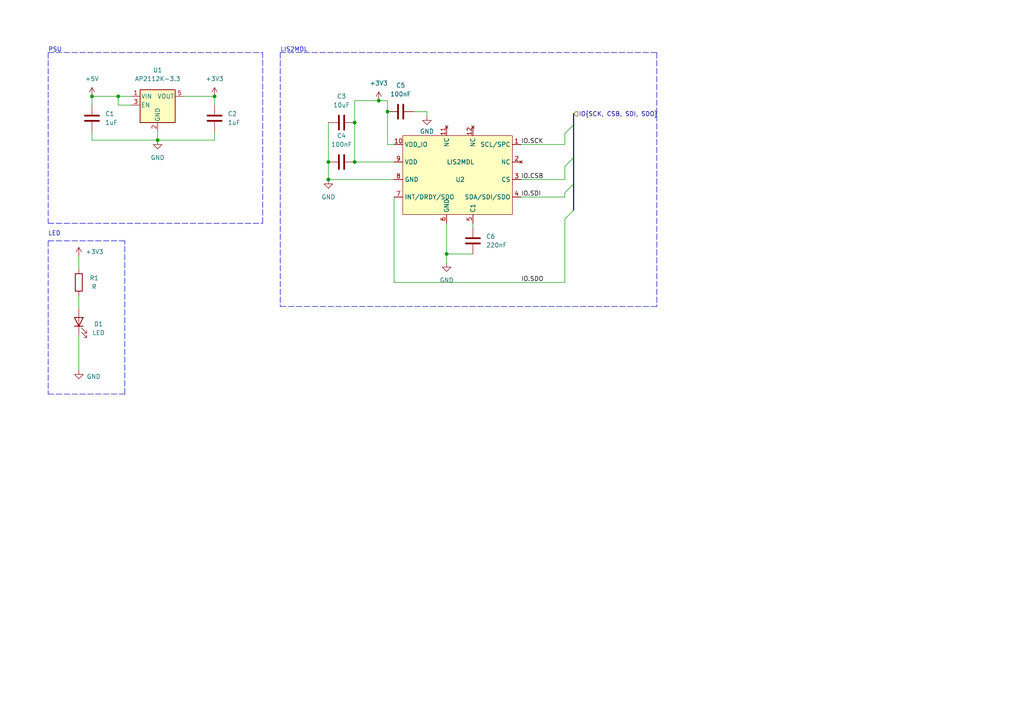
<source format=kicad_sch>
(kicad_sch (version 20211123) (generator eeschema)

  (uuid b4afdd30-7a78-4cd8-8670-bb6dd787dcdc)

  (paper "A4")

  (lib_symbols
    (symbol "Device:C" (pin_numbers hide) (pin_names (offset 0.254)) (in_bom yes) (on_board yes)
      (property "Reference" "C" (id 0) (at 0.635 2.54 0)
        (effects (font (size 1.27 1.27)) (justify left))
      )
      (property "Value" "C" (id 1) (at 0.635 -2.54 0)
        (effects (font (size 1.27 1.27)) (justify left))
      )
      (property "Footprint" "" (id 2) (at 0.9652 -3.81 0)
        (effects (font (size 1.27 1.27)) hide)
      )
      (property "Datasheet" "~" (id 3) (at 0 0 0)
        (effects (font (size 1.27 1.27)) hide)
      )
      (property "ki_keywords" "cap capacitor" (id 4) (at 0 0 0)
        (effects (font (size 1.27 1.27)) hide)
      )
      (property "ki_description" "Unpolarized capacitor" (id 5) (at 0 0 0)
        (effects (font (size 1.27 1.27)) hide)
      )
      (property "ki_fp_filters" "C_*" (id 6) (at 0 0 0)
        (effects (font (size 1.27 1.27)) hide)
      )
      (symbol "C_0_1"
        (polyline
          (pts
            (xy -2.032 -0.762)
            (xy 2.032 -0.762)
          )
          (stroke (width 0.508) (type default) (color 0 0 0 0))
          (fill (type none))
        )
        (polyline
          (pts
            (xy -2.032 0.762)
            (xy 2.032 0.762)
          )
          (stroke (width 0.508) (type default) (color 0 0 0 0))
          (fill (type none))
        )
      )
      (symbol "C_1_1"
        (pin passive line (at 0 3.81 270) (length 2.794)
          (name "~" (effects (font (size 1.27 1.27))))
          (number "1" (effects (font (size 1.27 1.27))))
        )
        (pin passive line (at 0 -3.81 90) (length 2.794)
          (name "~" (effects (font (size 1.27 1.27))))
          (number "2" (effects (font (size 1.27 1.27))))
        )
      )
    )
    (symbol "Device:LED" (pin_numbers hide) (pin_names (offset 1.016) hide) (in_bom yes) (on_board yes)
      (property "Reference" "D" (id 0) (at 0 2.54 0)
        (effects (font (size 1.27 1.27)))
      )
      (property "Value" "LED" (id 1) (at 0 -2.54 0)
        (effects (font (size 1.27 1.27)))
      )
      (property "Footprint" "" (id 2) (at 0 0 0)
        (effects (font (size 1.27 1.27)) hide)
      )
      (property "Datasheet" "~" (id 3) (at 0 0 0)
        (effects (font (size 1.27 1.27)) hide)
      )
      (property "ki_keywords" "LED diode" (id 4) (at 0 0 0)
        (effects (font (size 1.27 1.27)) hide)
      )
      (property "ki_description" "Light emitting diode" (id 5) (at 0 0 0)
        (effects (font (size 1.27 1.27)) hide)
      )
      (property "ki_fp_filters" "LED* LED_SMD:* LED_THT:*" (id 6) (at 0 0 0)
        (effects (font (size 1.27 1.27)) hide)
      )
      (symbol "LED_0_1"
        (polyline
          (pts
            (xy -1.27 -1.27)
            (xy -1.27 1.27)
          )
          (stroke (width 0.254) (type default) (color 0 0 0 0))
          (fill (type none))
        )
        (polyline
          (pts
            (xy -1.27 0)
            (xy 1.27 0)
          )
          (stroke (width 0) (type default) (color 0 0 0 0))
          (fill (type none))
        )
        (polyline
          (pts
            (xy 1.27 -1.27)
            (xy 1.27 1.27)
            (xy -1.27 0)
            (xy 1.27 -1.27)
          )
          (stroke (width 0.254) (type default) (color 0 0 0 0))
          (fill (type none))
        )
        (polyline
          (pts
            (xy -3.048 -0.762)
            (xy -4.572 -2.286)
            (xy -3.81 -2.286)
            (xy -4.572 -2.286)
            (xy -4.572 -1.524)
          )
          (stroke (width 0) (type default) (color 0 0 0 0))
          (fill (type none))
        )
        (polyline
          (pts
            (xy -1.778 -0.762)
            (xy -3.302 -2.286)
            (xy -2.54 -2.286)
            (xy -3.302 -2.286)
            (xy -3.302 -1.524)
          )
          (stroke (width 0) (type default) (color 0 0 0 0))
          (fill (type none))
        )
      )
      (symbol "LED_1_1"
        (pin passive line (at -3.81 0 0) (length 2.54)
          (name "K" (effects (font (size 1.27 1.27))))
          (number "1" (effects (font (size 1.27 1.27))))
        )
        (pin passive line (at 3.81 0 180) (length 2.54)
          (name "A" (effects (font (size 1.27 1.27))))
          (number "2" (effects (font (size 1.27 1.27))))
        )
      )
    )
    (symbol "Device:R" (pin_numbers hide) (pin_names (offset 0)) (in_bom yes) (on_board yes)
      (property "Reference" "R" (id 0) (at 2.032 0 90)
        (effects (font (size 1.27 1.27)))
      )
      (property "Value" "R" (id 1) (at 0 0 90)
        (effects (font (size 1.27 1.27)))
      )
      (property "Footprint" "" (id 2) (at -1.778 0 90)
        (effects (font (size 1.27 1.27)) hide)
      )
      (property "Datasheet" "~" (id 3) (at 0 0 0)
        (effects (font (size 1.27 1.27)) hide)
      )
      (property "ki_keywords" "R res resistor" (id 4) (at 0 0 0)
        (effects (font (size 1.27 1.27)) hide)
      )
      (property "ki_description" "Resistor" (id 5) (at 0 0 0)
        (effects (font (size 1.27 1.27)) hide)
      )
      (property "ki_fp_filters" "R_*" (id 6) (at 0 0 0)
        (effects (font (size 1.27 1.27)) hide)
      )
      (symbol "R_0_1"
        (rectangle (start -1.016 -2.54) (end 1.016 2.54)
          (stroke (width 0.254) (type default) (color 0 0 0 0))
          (fill (type none))
        )
      )
      (symbol "R_1_1"
        (pin passive line (at 0 3.81 270) (length 1.27)
          (name "~" (effects (font (size 1.27 1.27))))
          (number "1" (effects (font (size 1.27 1.27))))
        )
        (pin passive line (at 0 -3.81 90) (length 1.27)
          (name "~" (effects (font (size 1.27 1.27))))
          (number "2" (effects (font (size 1.27 1.27))))
        )
      )
    )
    (symbol "Regulator_Linear:AP2112K-3.3" (pin_names (offset 0.254)) (in_bom yes) (on_board yes)
      (property "Reference" "U" (id 0) (at -5.08 5.715 0)
        (effects (font (size 1.27 1.27)) (justify left))
      )
      (property "Value" "AP2112K-3.3" (id 1) (at 0 5.715 0)
        (effects (font (size 1.27 1.27)) (justify left))
      )
      (property "Footprint" "Package_TO_SOT_SMD:SOT-23-5" (id 2) (at 0 8.255 0)
        (effects (font (size 1.27 1.27)) hide)
      )
      (property "Datasheet" "https://www.diodes.com/assets/Datasheets/AP2112.pdf" (id 3) (at 0 2.54 0)
        (effects (font (size 1.27 1.27)) hide)
      )
      (property "ki_keywords" "linear regulator ldo fixed positive" (id 4) (at 0 0 0)
        (effects (font (size 1.27 1.27)) hide)
      )
      (property "ki_description" "600mA low dropout linear regulator, with enable pin, 3.8V-6V input voltage range, 3.3V fixed positive output, SOT-23-5" (id 5) (at 0 0 0)
        (effects (font (size 1.27 1.27)) hide)
      )
      (property "ki_fp_filters" "SOT?23?5*" (id 6) (at 0 0 0)
        (effects (font (size 1.27 1.27)) hide)
      )
      (symbol "AP2112K-3.3_0_1"
        (rectangle (start -5.08 4.445) (end 5.08 -5.08)
          (stroke (width 0.254) (type default) (color 0 0 0 0))
          (fill (type background))
        )
      )
      (symbol "AP2112K-3.3_1_1"
        (pin power_in line (at -7.62 2.54 0) (length 2.54)
          (name "VIN" (effects (font (size 1.27 1.27))))
          (number "1" (effects (font (size 1.27 1.27))))
        )
        (pin power_in line (at 0 -7.62 90) (length 2.54)
          (name "GND" (effects (font (size 1.27 1.27))))
          (number "2" (effects (font (size 1.27 1.27))))
        )
        (pin input line (at -7.62 0 0) (length 2.54)
          (name "EN" (effects (font (size 1.27 1.27))))
          (number "3" (effects (font (size 1.27 1.27))))
        )
        (pin no_connect line (at 5.08 0 180) (length 2.54) hide
          (name "NC" (effects (font (size 1.27 1.27))))
          (number "4" (effects (font (size 1.27 1.27))))
        )
        (pin power_out line (at 7.62 2.54 180) (length 2.54)
          (name "VOUT" (effects (font (size 1.27 1.27))))
          (number "5" (effects (font (size 1.27 1.27))))
        )
      )
    )
    (symbol "SocetPCBShield:LIS2MDL" (in_bom yes) (on_board yes)
      (property "Reference" "U2" (id 0) (at -1.27 -2.54 0)
        (effects (font (size 1.27 1.27)) (justify left))
      )
      (property "Value" "LIS2MDL" (id 1) (at -3.81 2.54 0)
        (effects (font (size 1.27 1.27)) (justify left))
      )
      (property "Footprint" "Package_LGA:LGA-12_2x2mm_P0.5mm" (id 2) (at 3.81 0 0)
        (effects (font (size 1.27 1.27)) hide)
      )
      (property "Datasheet" "" (id 3) (at 3.81 0 0)
        (effects (font (size 1.27 1.27)) hide)
      )
      (symbol "LIS2MDL_0_1"
        (rectangle (start -16.51 10.16) (end 15.24 -12.7)
          (stroke (width 0) (type default) (color 0 0 0 0))
          (fill (type background))
        )
      )
      (symbol "LIS2MDL_1_1"
        (pin input line (at 17.78 7.62 180) (length 2.54)
          (name "SCL/SPC" (effects (font (size 1.27 1.27))))
          (number "1" (effects (font (size 1.27 1.27))))
        )
        (pin power_in line (at -19.05 7.62 0) (length 2.54)
          (name "VDD_IO" (effects (font (size 1.27 1.27))))
          (number "10" (effects (font (size 1.27 1.27))))
        )
        (pin no_connect line (at -3.81 12.7 270) (length 2.54)
          (name "NC" (effects (font (size 1.27 1.27))))
          (number "11" (effects (font (size 1.27 1.27))))
        )
        (pin no_connect line (at 3.81 12.7 270) (length 2.54)
          (name "NC" (effects (font (size 1.27 1.27))))
          (number "12" (effects (font (size 1.27 1.27))))
        )
        (pin no_connect line (at 17.78 2.54 180) (length 2.54)
          (name "NC" (effects (font (size 1.27 1.27))))
          (number "2" (effects (font (size 1.27 1.27))))
        )
        (pin input line (at 17.78 -2.54 180) (length 2.54)
          (name "CS" (effects (font (size 1.27 1.27))))
          (number "3" (effects (font (size 1.27 1.27))))
        )
        (pin bidirectional line (at 17.78 -7.62 180) (length 2.54)
          (name "SDA/SDI/SDO" (effects (font (size 1.27 1.27))))
          (number "4" (effects (font (size 1.27 1.27))))
        )
        (pin input line (at 3.81 -15.24 90) (length 2.54)
          (name "C1" (effects (font (size 1.27 1.27))))
          (number "5" (effects (font (size 1.27 1.27))))
        )
        (pin power_in line (at -3.81 -15.24 90) (length 2.54)
          (name "GND" (effects (font (size 1.27 1.27))))
          (number "6" (effects (font (size 1.27 1.27))))
        )
        (pin input line (at -19.05 -7.62 0) (length 2.54)
          (name "INT/DRDY/SDO" (effects (font (size 1.27 1.27))))
          (number "7" (effects (font (size 1.27 1.27))))
        )
        (pin power_in line (at -19.05 -2.54 0) (length 2.54)
          (name "GND" (effects (font (size 1.27 1.27))))
          (number "8" (effects (font (size 1.27 1.27))))
        )
        (pin power_in line (at -19.05 2.54 0) (length 2.54)
          (name "VDD" (effects (font (size 1.27 1.27))))
          (number "9" (effects (font (size 1.27 1.27))))
        )
      )
    )
    (symbol "power:+3.3V" (power) (pin_names (offset 0)) (in_bom yes) (on_board yes)
      (property "Reference" "#PWR" (id 0) (at 0 -3.81 0)
        (effects (font (size 1.27 1.27)) hide)
      )
      (property "Value" "+3.3V" (id 1) (at 0 3.556 0)
        (effects (font (size 1.27 1.27)))
      )
      (property "Footprint" "" (id 2) (at 0 0 0)
        (effects (font (size 1.27 1.27)) hide)
      )
      (property "Datasheet" "" (id 3) (at 0 0 0)
        (effects (font (size 1.27 1.27)) hide)
      )
      (property "ki_keywords" "power-flag" (id 4) (at 0 0 0)
        (effects (font (size 1.27 1.27)) hide)
      )
      (property "ki_description" "Power symbol creates a global label with name \"+3.3V\"" (id 5) (at 0 0 0)
        (effects (font (size 1.27 1.27)) hide)
      )
      (symbol "+3.3V_0_1"
        (polyline
          (pts
            (xy -0.762 1.27)
            (xy 0 2.54)
          )
          (stroke (width 0) (type default) (color 0 0 0 0))
          (fill (type none))
        )
        (polyline
          (pts
            (xy 0 0)
            (xy 0 2.54)
          )
          (stroke (width 0) (type default) (color 0 0 0 0))
          (fill (type none))
        )
        (polyline
          (pts
            (xy 0 2.54)
            (xy 0.762 1.27)
          )
          (stroke (width 0) (type default) (color 0 0 0 0))
          (fill (type none))
        )
      )
      (symbol "+3.3V_1_1"
        (pin power_in line (at 0 0 90) (length 0) hide
          (name "+3V3" (effects (font (size 1.27 1.27))))
          (number "1" (effects (font (size 1.27 1.27))))
        )
      )
    )
    (symbol "power:+5V" (power) (pin_names (offset 0)) (in_bom yes) (on_board yes)
      (property "Reference" "#PWR" (id 0) (at 0 -3.81 0)
        (effects (font (size 1.27 1.27)) hide)
      )
      (property "Value" "+5V" (id 1) (at 0 3.556 0)
        (effects (font (size 1.27 1.27)))
      )
      (property "Footprint" "" (id 2) (at 0 0 0)
        (effects (font (size 1.27 1.27)) hide)
      )
      (property "Datasheet" "" (id 3) (at 0 0 0)
        (effects (font (size 1.27 1.27)) hide)
      )
      (property "ki_keywords" "power-flag" (id 4) (at 0 0 0)
        (effects (font (size 1.27 1.27)) hide)
      )
      (property "ki_description" "Power symbol creates a global label with name \"+5V\"" (id 5) (at 0 0 0)
        (effects (font (size 1.27 1.27)) hide)
      )
      (symbol "+5V_0_1"
        (polyline
          (pts
            (xy -0.762 1.27)
            (xy 0 2.54)
          )
          (stroke (width 0) (type default) (color 0 0 0 0))
          (fill (type none))
        )
        (polyline
          (pts
            (xy 0 0)
            (xy 0 2.54)
          )
          (stroke (width 0) (type default) (color 0 0 0 0))
          (fill (type none))
        )
        (polyline
          (pts
            (xy 0 2.54)
            (xy 0.762 1.27)
          )
          (stroke (width 0) (type default) (color 0 0 0 0))
          (fill (type none))
        )
      )
      (symbol "+5V_1_1"
        (pin power_in line (at 0 0 90) (length 0) hide
          (name "+5V" (effects (font (size 1.27 1.27))))
          (number "1" (effects (font (size 1.27 1.27))))
        )
      )
    )
    (symbol "power:GND" (power) (pin_names (offset 0)) (in_bom yes) (on_board yes)
      (property "Reference" "#PWR" (id 0) (at 0 -6.35 0)
        (effects (font (size 1.27 1.27)) hide)
      )
      (property "Value" "GND" (id 1) (at 0 -3.81 0)
        (effects (font (size 1.27 1.27)))
      )
      (property "Footprint" "" (id 2) (at 0 0 0)
        (effects (font (size 1.27 1.27)) hide)
      )
      (property "Datasheet" "" (id 3) (at 0 0 0)
        (effects (font (size 1.27 1.27)) hide)
      )
      (property "ki_keywords" "power-flag" (id 4) (at 0 0 0)
        (effects (font (size 1.27 1.27)) hide)
      )
      (property "ki_description" "Power symbol creates a global label with name \"GND\" , ground" (id 5) (at 0 0 0)
        (effects (font (size 1.27 1.27)) hide)
      )
      (symbol "GND_0_1"
        (polyline
          (pts
            (xy 0 0)
            (xy 0 -1.27)
            (xy 1.27 -1.27)
            (xy 0 -2.54)
            (xy -1.27 -1.27)
            (xy 0 -1.27)
          )
          (stroke (width 0) (type default) (color 0 0 0 0))
          (fill (type none))
        )
      )
      (symbol "GND_1_1"
        (pin power_in line (at 0 0 270) (length 0) hide
          (name "GND" (effects (font (size 1.27 1.27))))
          (number "1" (effects (font (size 1.27 1.27))))
        )
      )
    )
  )

  (junction (at 95.25 46.99) (diameter 0) (color 0 0 0 0)
    (uuid 09ef41fd-6161-40fc-8feb-8e64e3f8fc4f)
  )
  (junction (at 45.72 40.64) (diameter 0) (color 0 0 0 0)
    (uuid 1fcf60a1-c479-4ef4-874f-68b80d55c2ab)
  )
  (junction (at 95.25 52.07) (diameter 0) (color 0 0 0 0)
    (uuid 3e91f4de-cb78-4786-a8be-c3880451eed5)
  )
  (junction (at 102.87 35.56) (diameter 0) (color 0 0 0 0)
    (uuid 54513bda-062e-4713-ba7c-5638f3f86d52)
  )
  (junction (at 112.395 32.385) (diameter 0) (color 0 0 0 0)
    (uuid 5ab36640-fd8d-4c84-827d-4eb320ca1929)
  )
  (junction (at 34.29 27.94) (diameter 0) (color 0 0 0 0)
    (uuid 608c03cf-2d27-4ab8-8549-0681479da22d)
  )
  (junction (at 129.54 73.66) (diameter 0) (color 0 0 0 0)
    (uuid 7e9c7cd9-f6e6-4c54-ba71-d5a12aa23321)
  )
  (junction (at 26.67 27.94) (diameter 0) (color 0 0 0 0)
    (uuid 9609a91c-c20f-43f6-bf78-6e9b75478d17)
  )
  (junction (at 62.23 27.94) (diameter 0) (color 0 0 0 0)
    (uuid a26f4b65-2388-46f0-ab3e-cd98aaf191c8)
  )
  (junction (at 109.855 29.21) (diameter 0) (color 0 0 0 0)
    (uuid a75f64dc-fac2-4db5-bd34-f3031a1bac57)
  )
  (junction (at 102.87 46.99) (diameter 0) (color 0 0 0 0)
    (uuid b5e6f95b-1166-4435-bfb6-2a9a16f6013a)
  )

  (bus_entry (at 166.37 45.72) (size -2.54 2.54)
    (stroke (width 0) (type default) (color 0 0 0 0))
    (uuid 21839ef2-7d7b-4031-894a-135c13bda295)
  )
  (bus_entry (at 166.37 36.195) (size -2.54 2.54)
    (stroke (width 0) (type default) (color 0 0 0 0))
    (uuid 90655685-5b51-4b54-b3ea-2c39a14cfeb4)
  )
  (bus_entry (at 166.37 53.34) (size -2.54 2.54)
    (stroke (width 0) (type default) (color 0 0 0 0))
    (uuid ceaff973-4203-4b6a-bf04-da1a28026438)
  )
  (bus_entry (at 166.37 60.96) (size -2.54 2.54)
    (stroke (width 0) (type default) (color 0 0 0 0))
    (uuid e7b47dc6-c74e-4537-9550-b08e02cd2e18)
  )

  (wire (pts (xy 34.29 30.48) (xy 34.29 27.94))
    (stroke (width 0) (type default) (color 0 0 0 0))
    (uuid 0860f0f9-9454-4cee-958b-2fa73380d4e6)
  )
  (polyline (pts (xy 81.28 15.24) (xy 190.5 15.24))
    (stroke (width 0) (type default) (color 0 0 0 0))
    (uuid 0fe459be-6237-4e69-9849-b12b113e8605)
  )

  (wire (pts (xy 109.855 29.21) (xy 112.395 29.21))
    (stroke (width 0) (type default) (color 0 0 0 0))
    (uuid 1233cc7a-a6a3-46b4-8070-5f078d7529a3)
  )
  (polyline (pts (xy 13.97 69.85) (xy 36.195 69.85))
    (stroke (width 0) (type default) (color 0 0 0 0))
    (uuid 1d4776d1-dc9c-46a8-88d0-0da30f89f01d)
  )

  (wire (pts (xy 163.83 57.15) (xy 151.13 57.15))
    (stroke (width 0) (type default) (color 0 0 0 0))
    (uuid 24c8a5b7-d47b-4d5c-9164-72be47b734d1)
  )
  (wire (pts (xy 129.54 64.77) (xy 129.54 73.66))
    (stroke (width 0) (type default) (color 0 0 0 0))
    (uuid 290f9a82-a0ae-4283-8c11-2c99b9e8ac6b)
  )
  (wire (pts (xy 123.825 32.385) (xy 123.825 33.655))
    (stroke (width 0) (type default) (color 0 0 0 0))
    (uuid 36cb722c-66a3-4bfb-b900-7e1518880878)
  )
  (wire (pts (xy 137.16 64.77) (xy 137.16 66.04))
    (stroke (width 0) (type default) (color 0 0 0 0))
    (uuid 38b05dcc-83ef-4ce6-9ed7-5de37cbd2a3e)
  )
  (wire (pts (xy 163.83 52.07) (xy 151.13 52.07))
    (stroke (width 0) (type default) (color 0 0 0 0))
    (uuid 472f05ea-eed2-4606-b279-8ad5e6fc6357)
  )
  (polyline (pts (xy 13.97 64.77) (xy 76.2 64.77))
    (stroke (width 0) (type default) (color 0 0 0 0))
    (uuid 4a0f5e45-a1a5-4cba-8e94-a383c91e4ca3)
  )

  (wire (pts (xy 129.54 73.66) (xy 137.16 73.66))
    (stroke (width 0) (type default) (color 0 0 0 0))
    (uuid 4c9cbc91-67c4-46f6-89e8-f3589ca3f7a9)
  )
  (wire (pts (xy 102.87 29.21) (xy 102.87 35.56))
    (stroke (width 0) (type default) (color 0 0 0 0))
    (uuid 51d0f833-0413-4b9c-a92c-f2377a944a19)
  )
  (wire (pts (xy 22.86 89.535) (xy 22.86 85.725))
    (stroke (width 0) (type default) (color 0 0 0 0))
    (uuid 51eb3db4-90a4-40aa-b255-f75600908454)
  )
  (wire (pts (xy 95.25 35.56) (xy 95.25 46.99))
    (stroke (width 0) (type default) (color 0 0 0 0))
    (uuid 569f2c28-3df6-404d-a6ec-e43e4740fc47)
  )
  (bus (pts (xy 166.37 33.02) (xy 166.37 36.195))
    (stroke (width 0) (type default) (color 0 0 0 0))
    (uuid 574f8afe-b009-4fe4-ba6b-164cfc693a46)
  )

  (wire (pts (xy 62.23 27.94) (xy 62.23 30.48))
    (stroke (width 0) (type default) (color 0 0 0 0))
    (uuid 594560b0-cf2e-4a6d-bcf6-61f80047e992)
  )
  (polyline (pts (xy 190.5 15.24) (xy 190.5 88.9))
    (stroke (width 0) (type default) (color 0 0 0 0))
    (uuid 61dbe59a-733b-4e0b-9ef4-41e0aa7ecbd5)
  )
  (polyline (pts (xy 76.2 64.77) (xy 76.2 15.24))
    (stroke (width 0) (type default) (color 0 0 0 0))
    (uuid 668de0ce-4025-4a77-b7ae-77802fbbf027)
  )

  (wire (pts (xy 112.395 29.21) (xy 112.395 32.385))
    (stroke (width 0) (type default) (color 0 0 0 0))
    (uuid 67233c25-66ea-4648-af55-738968deab39)
  )
  (wire (pts (xy 22.86 107.315) (xy 22.86 97.155))
    (stroke (width 0) (type default) (color 0 0 0 0))
    (uuid 685ca68c-a627-48a9-9de9-f7b6c0afaa8d)
  )
  (wire (pts (xy 26.67 27.94) (xy 26.67 30.48))
    (stroke (width 0) (type default) (color 0 0 0 0))
    (uuid 6a81a04b-0c6b-4fb8-9f82-5563fe86f14c)
  )
  (wire (pts (xy 163.83 63.5) (xy 163.83 81.915))
    (stroke (width 0) (type default) (color 0 0 0 0))
    (uuid 6b145cb6-07b1-4ad1-9c1c-74258b4a493f)
  )
  (polyline (pts (xy 13.97 15.24) (xy 13.97 64.77))
    (stroke (width 0) (type default) (color 0 0 0 0))
    (uuid 6b61421f-5f21-4988-a489-ed17723fb630)
  )

  (wire (pts (xy 95.25 52.07) (xy 114.3 52.07))
    (stroke (width 0) (type default) (color 0 0 0 0))
    (uuid 754a4c8b-c6e7-47bc-bb82-2bdcae037426)
  )
  (wire (pts (xy 34.29 27.94) (xy 26.67 27.94))
    (stroke (width 0) (type default) (color 0 0 0 0))
    (uuid 76e2f149-9fab-48b0-995d-d1794f9a58b5)
  )
  (wire (pts (xy 120.015 32.385) (xy 123.825 32.385))
    (stroke (width 0) (type default) (color 0 0 0 0))
    (uuid 779cd7b6-56c0-424d-b80c-e1351817811b)
  )
  (polyline (pts (xy 13.97 114.3) (xy 36.195 114.3))
    (stroke (width 0) (type default) (color 0 0 0 0))
    (uuid 7daafdf3-4d36-4bc4-b85d-bde7d554df39)
  )
  (polyline (pts (xy 36.195 114.3) (xy 36.195 69.85))
    (stroke (width 0) (type default) (color 0 0 0 0))
    (uuid 829a8c52-2824-43b4-b33f-a4492854354a)
  )

  (wire (pts (xy 22.86 78.105) (xy 22.86 74.295))
    (stroke (width 0) (type default) (color 0 0 0 0))
    (uuid 8b02311f-417d-4a5f-ba6e-387244d39014)
  )
  (wire (pts (xy 95.25 46.99) (xy 95.25 52.07))
    (stroke (width 0) (type default) (color 0 0 0 0))
    (uuid 90c1072d-609e-4a21-b75a-389643391687)
  )
  (polyline (pts (xy 190.5 88.9) (xy 81.28 88.9))
    (stroke (width 0) (type default) (color 0 0 0 0))
    (uuid 931387c7-43fa-4939-aaf1-13ce3ed18210)
  )

  (wire (pts (xy 38.1 30.48) (xy 34.29 30.48))
    (stroke (width 0) (type default) (color 0 0 0 0))
    (uuid 938b70f4-b532-477d-b045-ae28f971dc71)
  )
  (wire (pts (xy 114.3 81.915) (xy 114.3 57.15))
    (stroke (width 0) (type default) (color 0 0 0 0))
    (uuid 955af171-335b-4050-b54b-7f799000b5a2)
  )
  (wire (pts (xy 112.395 41.91) (xy 114.3 41.91))
    (stroke (width 0) (type default) (color 0 0 0 0))
    (uuid 9915a355-42ac-442c-b822-f41093e359ac)
  )
  (bus (pts (xy 166.37 36.195) (xy 166.37 45.72))
    (stroke (width 0) (type default) (color 0 0 0 0))
    (uuid 9c0000bc-79bf-4069-a95f-11752c2f9505)
  )

  (wire (pts (xy 26.67 40.64) (xy 45.72 40.64))
    (stroke (width 0) (type default) (color 0 0 0 0))
    (uuid a003a8a5-900f-434b-af9b-fa198cd1af95)
  )
  (wire (pts (xy 62.23 40.64) (xy 62.23 38.1))
    (stroke (width 0) (type default) (color 0 0 0 0))
    (uuid ae62d085-6ed9-4317-b4a2-b1fbfa2c2f45)
  )
  (wire (pts (xy 112.395 32.385) (xy 112.395 41.91))
    (stroke (width 0) (type default) (color 0 0 0 0))
    (uuid b05347f1-6a48-4e7b-9f18-332ce3239c65)
  )
  (wire (pts (xy 163.83 38.735) (xy 163.83 41.91))
    (stroke (width 0) (type default) (color 0 0 0 0))
    (uuid b4426e05-651d-4df9-9018-364ec329e4eb)
  )
  (wire (pts (xy 163.83 48.26) (xy 163.83 52.07))
    (stroke (width 0) (type default) (color 0 0 0 0))
    (uuid b44faa5b-f007-478d-839f-f57b29735e11)
  )
  (wire (pts (xy 102.87 46.99) (xy 114.3 46.99))
    (stroke (width 0) (type default) (color 0 0 0 0))
    (uuid b7b29747-49c6-4656-85a8-678913874d55)
  )
  (polyline (pts (xy 13.97 69.85) (xy 13.97 114.3))
    (stroke (width 0) (type default) (color 0 0 0 0))
    (uuid be711eb2-6dc7-4f2e-a5ad-6fadb64f697f)
  )

  (wire (pts (xy 129.54 73.66) (xy 129.54 76.2))
    (stroke (width 0) (type default) (color 0 0 0 0))
    (uuid bee99282-cbf6-4784-bc09-3e62a357bf71)
  )
  (bus (pts (xy 166.37 53.34) (xy 166.37 60.96))
    (stroke (width 0) (type default) (color 0 0 0 0))
    (uuid bf2f786e-b958-414c-8cac-16f7c22cc6af)
  )

  (wire (pts (xy 38.1 27.94) (xy 34.29 27.94))
    (stroke (width 0) (type default) (color 0 0 0 0))
    (uuid c4a54d4d-c35c-4ca0-8507-93d9297306f5)
  )
  (wire (pts (xy 102.87 35.56) (xy 102.87 46.99))
    (stroke (width 0) (type default) (color 0 0 0 0))
    (uuid d0790901-acaf-4b3f-9e9e-05dca3401986)
  )
  (wire (pts (xy 109.855 29.21) (xy 102.87 29.21))
    (stroke (width 0) (type default) (color 0 0 0 0))
    (uuid d158959a-f9cb-4e2e-bca1-1dede67471f5)
  )
  (wire (pts (xy 45.72 38.1) (xy 45.72 40.64))
    (stroke (width 0) (type default) (color 0 0 0 0))
    (uuid d55639fe-0dbb-47c4-9a18-dc5b05fa3874)
  )
  (wire (pts (xy 114.3 81.915) (xy 163.83 81.915))
    (stroke (width 0) (type default) (color 0 0 0 0))
    (uuid d57d94fe-cc51-4c08-ae50-7989ad725ea3)
  )
  (wire (pts (xy 26.67 38.1) (xy 26.67 40.64))
    (stroke (width 0) (type default) (color 0 0 0 0))
    (uuid dc9e1614-34a9-4e22-a9cf-c8e55ec48f0f)
  )
  (bus (pts (xy 166.37 45.72) (xy 166.37 53.34))
    (stroke (width 0) (type default) (color 0 0 0 0))
    (uuid dfaf977c-2ec6-4317-b503-6d6683203062)
  )

  (wire (pts (xy 163.83 55.88) (xy 163.83 57.15))
    (stroke (width 0) (type default) (color 0 0 0 0))
    (uuid e70dbca0-0d43-41a2-8a05-e03f824e22d5)
  )
  (wire (pts (xy 163.83 41.91) (xy 151.13 41.91))
    (stroke (width 0) (type default) (color 0 0 0 0))
    (uuid eeff739b-d861-4061-80bd-a2b2c3641f16)
  )
  (wire (pts (xy 45.72 40.64) (xy 62.23 40.64))
    (stroke (width 0) (type default) (color 0 0 0 0))
    (uuid f6cf46c0-d85b-4bcd-990c-cc3af401e6b2)
  )
  (wire (pts (xy 53.34 27.94) (xy 62.23 27.94))
    (stroke (width 0) (type default) (color 0 0 0 0))
    (uuid f75d7cc3-8c66-4d7b-9d11-2bb6e62ff4ca)
  )
  (polyline (pts (xy 13.97 15.24) (xy 76.2 15.24))
    (stroke (width 0) (type default) (color 0 0 0 0))
    (uuid f7d8ba0a-6c39-4cdd-8a84-e8201729bede)
  )
  (polyline (pts (xy 81.28 15.24) (xy 81.28 88.9))
    (stroke (width 0) (type default) (color 0 0 0 0))
    (uuid fa5747ea-2b97-4aed-b48d-8781bac7e4b9)
  )

  (text "LIS2MDL" (at 81.28 15.24 0)
    (effects (font (size 1.27 1.27)) (justify left bottom))
    (uuid 7c99f1d6-d6e7-44ed-9914-fa65d3abb1c9)
  )
  (text "PSU" (at 13.97 15.24 0)
    (effects (font (size 1.27 1.27)) (justify left bottom))
    (uuid 9b958bf4-8ea5-4b86-9e8a-206907cb1cd7)
  )
  (text "LED" (at 13.97 68.58 0)
    (effects (font (size 1.27 1.27)) (justify left bottom))
    (uuid e2ad0dc0-cc92-4fd7-9b3b-844d81e1bf43)
  )

  (label "IO.SDO" (at 151.13 81.915 0)
    (effects (font (size 1.27 1.27)) (justify left bottom))
    (uuid 7f8e1f41-4db0-4e0a-ae14-3cb905713c31)
  )
  (label "IO.SDI" (at 151.13 57.15 0)
    (effects (font (size 1.27 1.27)) (justify left bottom))
    (uuid c6277cc7-2c3e-4aad-9f45-5c4615046e6f)
  )
  (label "IO.SCK" (at 151.13 41.91 0)
    (effects (font (size 1.27 1.27)) (justify left bottom))
    (uuid cc50ee28-e1a5-4ea5-98b9-1f49536ca828)
  )
  (label "IO.CSB" (at 151.13 52.07 0)
    (effects (font (size 1.27 1.27)) (justify left bottom))
    (uuid d24e365b-ab25-4a87-a808-77d49cad87d1)
  )

  (hierarchical_label "IO{SCK, CSB, SDI, SDO}" (shape input) (at 166.37 33.02 0)
    (effects (font (size 1.27 1.27)) (justify left))
    (uuid 484e19e9-c7d3-4dbe-909d-bfa85c985726)
  )

  (symbol (lib_id "power:+3.3V") (at 62.23 27.94 0) (unit 1)
    (in_bom yes) (on_board yes) (fields_autoplaced)
    (uuid 09042bcc-f9ad-44e4-a16a-972d48047117)
    (property "Reference" "#PWR0105" (id 0) (at 62.23 31.75 0)
      (effects (font (size 1.27 1.27)) hide)
    )
    (property "Value" "+3.3V" (id 1) (at 62.23 22.86 0))
    (property "Footprint" "" (id 2) (at 62.23 27.94 0)
      (effects (font (size 1.27 1.27)) hide)
    )
    (property "Datasheet" "" (id 3) (at 62.23 27.94 0)
      (effects (font (size 1.27 1.27)) hide)
    )
    (pin "1" (uuid 20a7f6e0-14da-480a-a407-87642edb9ade))
  )

  (symbol (lib_id "Device:C") (at 116.205 32.385 90) (unit 1)
    (in_bom yes) (on_board yes) (fields_autoplaced)
    (uuid 09debd93-c9ca-408d-872b-2645fcd547e9)
    (property "Reference" "C5" (id 0) (at 116.205 24.765 90))
    (property "Value" "100nF" (id 1) (at 116.205 27.305 90))
    (property "Footprint" "Capacitor_SMD:C_0805_2012Metric_Pad1.18x1.45mm_HandSolder" (id 2) (at 120.015 31.4198 0)
      (effects (font (size 1.27 1.27)) hide)
    )
    (property "Datasheet" "~" (id 3) (at 116.205 32.385 0)
      (effects (font (size 1.27 1.27)) hide)
    )
    (pin "1" (uuid 20e1996d-2f58-4e10-84ce-2ad578b38c91))
    (pin "2" (uuid 6c223f33-a854-484f-b170-58957b5a0cbe))
  )

  (symbol (lib_id "Device:C") (at 26.67 34.29 180) (unit 1)
    (in_bom yes) (on_board yes) (fields_autoplaced)
    (uuid 0d81759d-b1f6-4505-abbe-8a953f94ea4c)
    (property "Reference" "C1" (id 0) (at 30.48 33.0199 0)
      (effects (font (size 1.27 1.27)) (justify right))
    )
    (property "Value" "1uF" (id 1) (at 30.48 35.5599 0)
      (effects (font (size 1.27 1.27)) (justify right))
    )
    (property "Footprint" "Capacitor_SMD:C_0805_2012Metric_Pad1.18x1.45mm_HandSolder" (id 2) (at 25.7048 30.48 0)
      (effects (font (size 1.27 1.27)) hide)
    )
    (property "Datasheet" "~" (id 3) (at 26.67 34.29 0)
      (effects (font (size 1.27 1.27)) hide)
    )
    (pin "1" (uuid e4619656-c2a8-40ba-b86b-02aff2524ca6))
    (pin "2" (uuid 14f9bf88-6f7e-4741-95d0-a2b4330eb73b))
  )

  (symbol (lib_id "power:GND") (at 22.86 107.315 0) (unit 1)
    (in_bom yes) (on_board yes)
    (uuid 182e50a8-6904-46d5-859a-96e07d7270ba)
    (property "Reference" "#PWR0108" (id 0) (at 22.86 113.665 0)
      (effects (font (size 1.27 1.27)) hide)
    )
    (property "Value" "GND" (id 1) (at 29.21 109.22 0)
      (effects (font (size 1.27 1.27)) (justify right))
    )
    (property "Footprint" "" (id 2) (at 22.86 107.315 0)
      (effects (font (size 1.27 1.27)) hide)
    )
    (property "Datasheet" "" (id 3) (at 22.86 107.315 0)
      (effects (font (size 1.27 1.27)) hide)
    )
    (pin "1" (uuid e2ef93ed-d87f-4e3c-9d3f-6527496b010f))
  )

  (symbol (lib_id "Device:C") (at 62.23 34.29 0) (unit 1)
    (in_bom yes) (on_board yes) (fields_autoplaced)
    (uuid 1f513e25-9283-4864-aa7c-0fd457ed8535)
    (property "Reference" "C2" (id 0) (at 66.04 33.0199 0)
      (effects (font (size 1.27 1.27)) (justify left))
    )
    (property "Value" "1uF" (id 1) (at 66.04 35.5599 0)
      (effects (font (size 1.27 1.27)) (justify left))
    )
    (property "Footprint" "Capacitor_SMD:C_0805_2012Metric_Pad1.18x1.45mm_HandSolder" (id 2) (at 63.1952 38.1 0)
      (effects (font (size 1.27 1.27)) hide)
    )
    (property "Datasheet" "~" (id 3) (at 62.23 34.29 0)
      (effects (font (size 1.27 1.27)) hide)
    )
    (pin "1" (uuid 34fd7c19-89c0-42bd-9365-61d4ba72537d))
    (pin "2" (uuid 4e57ce11-bd09-4403-b025-7127bc0df95d))
  )

  (symbol (lib_id "power:GND") (at 123.825 33.655 0) (unit 1)
    (in_bom yes) (on_board yes) (fields_autoplaced)
    (uuid 26928553-8381-4b9a-a336-e0a8c2422b2c)
    (property "Reference" "#PWR0103" (id 0) (at 123.825 40.005 0)
      (effects (font (size 1.27 1.27)) hide)
    )
    (property "Value" "GND" (id 1) (at 123.825 38.1 0))
    (property "Footprint" "" (id 2) (at 123.825 33.655 0)
      (effects (font (size 1.27 1.27)) hide)
    )
    (property "Datasheet" "" (id 3) (at 123.825 33.655 0)
      (effects (font (size 1.27 1.27)) hide)
    )
    (pin "1" (uuid 7eba78e1-3bd1-4230-86d6-55498108b400))
  )

  (symbol (lib_id "Device:C") (at 99.06 35.56 90) (unit 1)
    (in_bom yes) (on_board yes) (fields_autoplaced)
    (uuid 2fad376b-7dfd-40db-82a2-d451dc7aad5d)
    (property "Reference" "C3" (id 0) (at 99.06 27.94 90))
    (property "Value" "10uF" (id 1) (at 99.06 30.48 90))
    (property "Footprint" "Capacitor_SMD:C_0805_2012Metric_Pad1.18x1.45mm_HandSolder" (id 2) (at 102.87 34.5948 0)
      (effects (font (size 1.27 1.27)) hide)
    )
    (property "Datasheet" "~" (id 3) (at 99.06 35.56 0)
      (effects (font (size 1.27 1.27)) hide)
    )
    (pin "1" (uuid 2f7ea100-d2a0-4353-a1ad-98c07f8f8f68))
    (pin "2" (uuid fd0667a6-c053-40ae-af7a-2a3b99973c20))
  )

  (symbol (lib_id "power:+5V") (at 26.67 27.94 0) (unit 1)
    (in_bom yes) (on_board yes) (fields_autoplaced)
    (uuid 3023d2ce-927a-4931-80ac-b4ade6c948cb)
    (property "Reference" "#PWR0109" (id 0) (at 26.67 31.75 0)
      (effects (font (size 1.27 1.27)) hide)
    )
    (property "Value" "+5V" (id 1) (at 26.67 22.86 0))
    (property "Footprint" "" (id 2) (at 26.67 27.94 0)
      (effects (font (size 1.27 1.27)) hide)
    )
    (property "Datasheet" "" (id 3) (at 26.67 27.94 0)
      (effects (font (size 1.27 1.27)) hide)
    )
    (pin "1" (uuid a697f350-9685-49a1-960d-612acae3acf6))
  )

  (symbol (lib_id "power:+3.3V") (at 22.86 74.295 0) (unit 1)
    (in_bom yes) (on_board yes)
    (uuid 37e017af-2338-4fcb-b45f-397bf9e44b90)
    (property "Reference" "#PWR0107" (id 0) (at 22.86 78.105 0)
      (effects (font (size 1.27 1.27)) hide)
    )
    (property "Value" "+3.3V" (id 1) (at 24.765 73.025 0)
      (effects (font (size 1.27 1.27)) (justify left))
    )
    (property "Footprint" "" (id 2) (at 22.86 74.295 0)
      (effects (font (size 1.27 1.27)) hide)
    )
    (property "Datasheet" "" (id 3) (at 22.86 74.295 0)
      (effects (font (size 1.27 1.27)) hide)
    )
    (pin "1" (uuid 3f4ed1ca-2533-498e-a896-24695784df0b))
  )

  (symbol (lib_id "power:GND") (at 129.54 76.2 0) (unit 1)
    (in_bom yes) (on_board yes) (fields_autoplaced)
    (uuid 3850d854-96bb-47b3-b98d-f90a6f7723ac)
    (property "Reference" "#PWR0101" (id 0) (at 129.54 82.55 0)
      (effects (font (size 1.27 1.27)) hide)
    )
    (property "Value" "GND" (id 1) (at 129.54 81.28 0))
    (property "Footprint" "" (id 2) (at 129.54 76.2 0)
      (effects (font (size 1.27 1.27)) hide)
    )
    (property "Datasheet" "" (id 3) (at 129.54 76.2 0)
      (effects (font (size 1.27 1.27)) hide)
    )
    (pin "1" (uuid 4f8fd37f-1f92-4f42-99da-8087c126ffc1))
  )

  (symbol (lib_id "power:GND") (at 45.72 40.64 0) (unit 1)
    (in_bom yes) (on_board yes) (fields_autoplaced)
    (uuid 3a8193b4-263f-4440-930b-8ceffe341a02)
    (property "Reference" "#PWR0106" (id 0) (at 45.72 46.99 0)
      (effects (font (size 1.27 1.27)) hide)
    )
    (property "Value" "GND" (id 1) (at 45.72 45.72 0))
    (property "Footprint" "" (id 2) (at 45.72 40.64 0)
      (effects (font (size 1.27 1.27)) hide)
    )
    (property "Datasheet" "" (id 3) (at 45.72 40.64 0)
      (effects (font (size 1.27 1.27)) hide)
    )
    (pin "1" (uuid d3281ce4-8620-4a1b-978c-4b5b25b5ee1a))
  )

  (symbol (lib_id "SocetPCBShield:LIS2MDL") (at 133.35 49.53 0) (unit 1)
    (in_bom yes) (on_board yes)
    (uuid 4243b7ca-6971-460f-946f-769cd7ced873)
    (property "Reference" "U2" (id 0) (at 132.08 52.07 0)
      (effects (font (size 1.27 1.27)) (justify left))
    )
    (property "Value" "LIS2MDL" (id 1) (at 129.54 46.99 0)
      (effects (font (size 1.27 1.27)) (justify left))
    )
    (property "Footprint" "Package_LGA:LGA-12_2x2mm_P0.5mm" (id 2) (at 137.16 49.53 0)
      (effects (font (size 1.27 1.27)) hide)
    )
    (property "Datasheet" "" (id 3) (at 137.16 49.53 0)
      (effects (font (size 1.27 1.27)) hide)
    )
    (pin "1" (uuid 9ee95d4e-d4ec-4705-a5ba-58e0e04ffcab))
    (pin "10" (uuid 79fd0f5a-0a7f-433a-8859-af336139af2e))
    (pin "11" (uuid 191b8a4d-49fb-4168-9538-61c1354cdfa4))
    (pin "12" (uuid f232d5ae-9a6d-4e04-a9fb-a2fa8946354c))
    (pin "2" (uuid 2e9b0696-2379-48fa-b780-1e5adc1d12d2))
    (pin "3" (uuid 14f1d3e7-c10b-45ee-85c8-491bce4d73d2))
    (pin "4" (uuid 62c37375-19c9-4f32-98a4-eed18efcf9dd))
    (pin "5" (uuid 3999bf6f-1a47-4759-86b2-e1a9f13cb2b2))
    (pin "6" (uuid 6078a705-8ba8-4d6e-9364-1703650a3f1e))
    (pin "7" (uuid 8e33ed15-486f-45f0-a3ec-eb776931ba28))
    (pin "8" (uuid abb722c1-f0b3-4ae1-a0ce-a67ef75be809))
    (pin "9" (uuid fd0a0f55-b48f-47c8-836b-946ecf27baae))
  )

  (symbol (lib_id "Regulator_Linear:AP2112K-3.3") (at 45.72 30.48 0) (unit 1)
    (in_bom yes) (on_board yes) (fields_autoplaced)
    (uuid 5c12b239-0236-4ed5-84c7-a9157041bab5)
    (property "Reference" "U1" (id 0) (at 45.72 20.32 0))
    (property "Value" "AP2112K-3.3" (id 1) (at 45.72 22.86 0))
    (property "Footprint" "Package_TO_SOT_SMD:SOT-23-5" (id 2) (at 45.72 22.225 0)
      (effects (font (size 1.27 1.27)) hide)
    )
    (property "Datasheet" "https://www.diodes.com/assets/Datasheets/AP2112.pdf" (id 3) (at 45.72 27.94 0)
      (effects (font (size 1.27 1.27)) hide)
    )
    (pin "1" (uuid d39ec8b0-700b-4618-8a87-40a440d0ef2d))
    (pin "2" (uuid 3674f789-96c1-4426-824d-c1afbbc7422b))
    (pin "3" (uuid 08330d24-a302-4fa6-92af-7fcf198366d5))
    (pin "4" (uuid d8d49a2d-251a-4ff6-9616-b61e8daad5db))
    (pin "5" (uuid 970bbd5e-368d-43f8-ac65-aa892ab9517b))
  )

  (symbol (lib_id "Device:R") (at 22.86 81.915 180) (unit 1)
    (in_bom yes) (on_board yes)
    (uuid 712c5580-cd73-4c72-a69d-815b83f60369)
    (property "Reference" "R1" (id 0) (at 27.305 80.645 0))
    (property "Value" "R" (id 1) (at 27.305 83.185 0))
    (property "Footprint" "Resistor_SMD:R_0805_2012Metric_Pad1.20x1.40mm_HandSolder" (id 2) (at 24.638 81.915 90)
      (effects (font (size 1.27 1.27)) hide)
    )
    (property "Datasheet" "~" (id 3) (at 22.86 81.915 0)
      (effects (font (size 1.27 1.27)) hide)
    )
    (pin "1" (uuid ea703adf-82ef-45b1-b5fd-be7d55681462))
    (pin "2" (uuid b049864b-bf2b-42bf-a143-3405353f753c))
  )

  (symbol (lib_id "Device:LED") (at 22.86 93.345 90) (unit 1)
    (in_bom yes) (on_board yes)
    (uuid 958a468a-2dbf-4a37-812f-625a974cf902)
    (property "Reference" "D1" (id 0) (at 28.575 93.98 90))
    (property "Value" "LED" (id 1) (at 28.575 96.52 90))
    (property "Footprint" "Diode_SMD:D_0805_2012Metric_Pad1.15x1.40mm_HandSolder" (id 2) (at 22.86 93.345 0)
      (effects (font (size 1.27 1.27)) hide)
    )
    (property "Datasheet" "~" (id 3) (at 22.86 93.345 0)
      (effects (font (size 1.27 1.27)) hide)
    )
    (pin "1" (uuid 8cdf2e95-bac4-427b-a7ae-4d55cdd10ea6))
    (pin "2" (uuid 7799c295-27b8-4624-b035-9a02cfc66998))
  )

  (symbol (lib_id "Device:C") (at 137.16 69.85 0) (unit 1)
    (in_bom yes) (on_board yes) (fields_autoplaced)
    (uuid a48d9483-4b89-4060-a3c8-42f868cce31c)
    (property "Reference" "C6" (id 0) (at 140.97 68.5799 0)
      (effects (font (size 1.27 1.27)) (justify left))
    )
    (property "Value" "220nF" (id 1) (at 140.97 71.1199 0)
      (effects (font (size 1.27 1.27)) (justify left))
    )
    (property "Footprint" "Capacitor_SMD:C_0805_2012Metric_Pad1.18x1.45mm_HandSolder" (id 2) (at 138.1252 73.66 0)
      (effects (font (size 1.27 1.27)) hide)
    )
    (property "Datasheet" "~" (id 3) (at 137.16 69.85 0)
      (effects (font (size 1.27 1.27)) hide)
    )
    (pin "1" (uuid e066f44c-1e05-485c-9b4c-90cc35d40164))
    (pin "2" (uuid 29c6a150-bd1a-4a42-b165-153c3f2f5c01))
  )

  (symbol (lib_id "Device:C") (at 99.06 46.99 90) (unit 1)
    (in_bom yes) (on_board yes) (fields_autoplaced)
    (uuid da26f41a-e18f-4917-82c3-a8e02052b558)
    (property "Reference" "C4" (id 0) (at 99.06 39.37 90))
    (property "Value" "100nF" (id 1) (at 99.06 41.91 90))
    (property "Footprint" "Capacitor_SMD:C_0805_2012Metric_Pad1.18x1.45mm_HandSolder" (id 2) (at 102.87 46.0248 0)
      (effects (font (size 1.27 1.27)) hide)
    )
    (property "Datasheet" "~" (id 3) (at 99.06 46.99 0)
      (effects (font (size 1.27 1.27)) hide)
    )
    (pin "1" (uuid ed1be37b-cc47-4cfe-bcb8-c3f2fd04da1d))
    (pin "2" (uuid a23f0a98-9965-46f3-a817-952115093749))
  )

  (symbol (lib_id "power:+3.3V") (at 109.855 29.21 0) (unit 1)
    (in_bom yes) (on_board yes) (fields_autoplaced)
    (uuid ef80107e-95df-4043-9940-938dfa31464a)
    (property "Reference" "#PWR0104" (id 0) (at 109.855 33.02 0)
      (effects (font (size 1.27 1.27)) hide)
    )
    (property "Value" "+3.3V" (id 1) (at 109.855 24.13 0))
    (property "Footprint" "" (id 2) (at 109.855 29.21 0)
      (effects (font (size 1.27 1.27)) hide)
    )
    (property "Datasheet" "" (id 3) (at 109.855 29.21 0)
      (effects (font (size 1.27 1.27)) hide)
    )
    (pin "1" (uuid 042f3943-2271-4641-9b9d-80a77a3dd01f))
  )

  (symbol (lib_id "power:GND") (at 95.25 52.07 0) (unit 1)
    (in_bom yes) (on_board yes) (fields_autoplaced)
    (uuid f4fc5530-9a02-40cd-a643-77988cef8a18)
    (property "Reference" "#PWR0102" (id 0) (at 95.25 58.42 0)
      (effects (font (size 1.27 1.27)) hide)
    )
    (property "Value" "GND" (id 1) (at 95.25 57.15 0))
    (property "Footprint" "" (id 2) (at 95.25 52.07 0)
      (effects (font (size 1.27 1.27)) hide)
    )
    (property "Datasheet" "" (id 3) (at 95.25 52.07 0)
      (effects (font (size 1.27 1.27)) hide)
    )
    (pin "1" (uuid 73a30646-b76b-458f-b010-ffe6c49647e5))
  )
)

</source>
